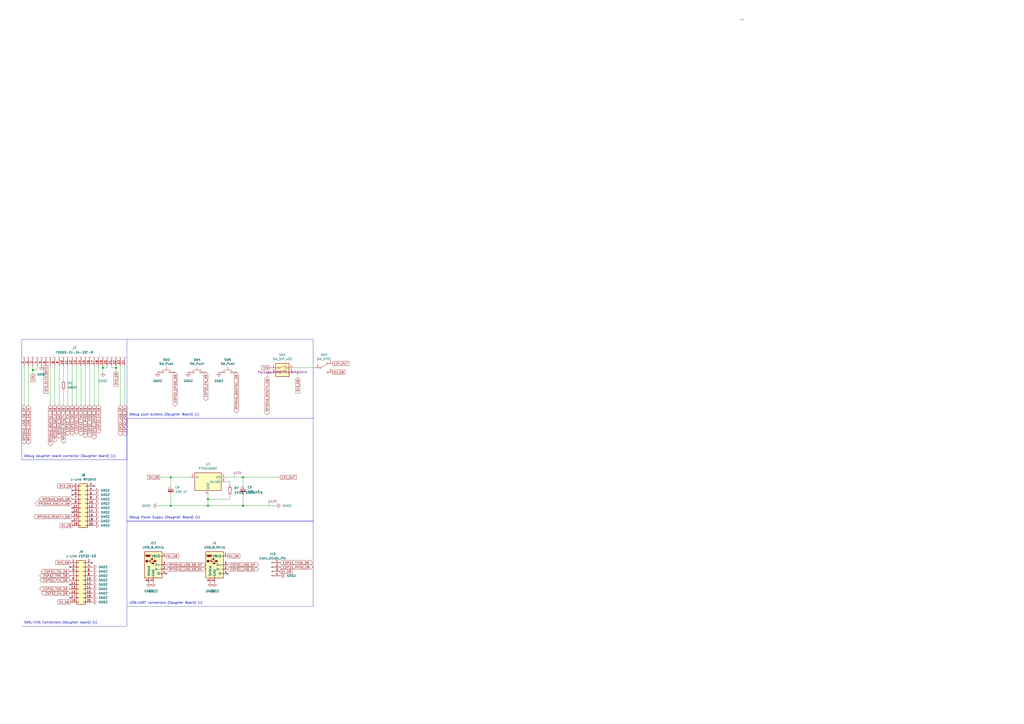
<source format=kicad_sch>
(kicad_sch (version 20230121) (generator eeschema)
  (paper "A2")
  (lib_symbols
    (symbol "Connector:Conn_01x04_Pin" (pin_names (offset 1.016) hide)
      (property "Reference" "J" (at 0 5.08 0))
      (property "Value" "Conn_01x04_Pin" (at 0 -7.62 0))
      (symbol "Conn_01x04_Pin_1_1"
        (polyline (pts (xy 1.27 -5.08) (xy 0.8636 -5.08)) (stroke (width 0.1524)))
        (polyline (pts (xy 1.27 -2.54) (xy 0.8636 -2.54)) (stroke (width 0.1524)))
        (polyline (pts (xy 1.27 0) (xy 0.8636 0)) (stroke (width 0.1524)))
        (polyline (pts (xy 1.27 2.54) (xy 0.8636 2.54)) (stroke (width 0.1524)))
        (rectangle (start 0.8636 -4.953) (end 0 -5.207) (stroke (width 0.1524)) (fill (type outline)))
        (rectangle (start 0.8636 -2.413) (end 0 -2.667) (stroke (width 0.1524)) (fill (type outline)))
        (rectangle (start 0.8636 0.127) (end 0 -0.127) (stroke (width 0.1524)) (fill (type outline)))
        (rectangle (start 0.8636 2.667) (end 0 2.413) (stroke (width 0.1524)) (fill (type outline)))
        (pin passive line (at 5.08 2.54 180) (length 3.81) (name "Pin_1") (number "1"))
        (pin passive line (at 5.08 0 180) (length 3.81) (name "Pin_2") (number "2"))
        (pin passive line (at 5.08 -2.54 180) (length 3.81) (name "Pin_3") (number "3"))
        (pin passive line (at 5.08 -5.08 180) (length 3.81) (name "Pin_4") (number "4"))
      )
    )
    (symbol "Connector:Conn_01x24_Socket" (pin_names (offset 1.016) hide)
      (property "Reference" "J" (at 0 30.48 0))
      (property "Value" "Conn_01x24_Socket" (at 0 -33.02 0))
      (symbol "Conn_01x24_Socket_1_1"
        (arc (start 0 -29.972) (mid -0.5058 -30.48) (end 0 -30.988) (stroke (width 0.1524)))
        (arc (start 0 -27.432) (mid -0.5058 -27.94) (end 0 -28.448) (stroke (width 0.1524)))
        (arc (start 0 -24.892) (mid -0.5058 -25.4) (end 0 -25.908) (stroke (width 0.1524)))
        (arc (start 0 -22.352) (mid -0.5058 -22.86) (end 0 -23.368) (stroke (width 0.1524)))
        (arc (start 0 -19.812) (mid -0.5058 -20.32) (end 0 -20.828) (stroke (width 0.1524)))
        (arc (start 0 -17.272) (mid -0.5058 -17.78) (end 0 -18.288) (stroke (width 0.1524)))
        (arc (start 0 -14.732) (mid -0.5058 -15.24) (end 0 -15.748) (stroke (width 0.1524)))
        (arc (start 0 -12.192) (mid -0.5058 -12.7) (end 0 -13.208) (stroke (width 0.1524)))
        (arc (start 0 -9.652) (mid -0.5058 -10.16) (end 0 -10.668) (stroke (width 0.1524)))
        (arc (start 0 -7.112) (mid -0.5058 -7.62) (end 0 -8.128) (stroke (width 0.1524)))
        (arc (start 0 -4.572) (mid -0.5058 -5.08) (end 0 -5.588) (stroke (width 0.1524)))
        (arc (start 0 -2.032) (mid -0.5058 -2.54) (end 0 -3.048) (stroke (width 0.1524)))
        (polyline (pts (xy -1.27 -30.48) (xy -0.508 -30.48)) (stroke (width 0.1524)))
        (polyline (pts (xy -1.27 -27.94) (xy -0.508 -27.94)) (stroke (width 0.1524)))
        (polyline (pts (xy -1.27 -25.4) (xy -0.508 -25.4)) (stroke (width 0.1524)))
        (polyline (pts (xy -1.27 -22.86) (xy -0.508 -22.86)) (stroke (width 0.1524)))
        (polyline (pts (xy -1.27 -20.32) (xy -0.508 -20.32)) (stroke (width 0.1524)))
        (polyline (pts (xy -1.27 -17.78) (xy -0.508 -17.78)) (stroke (width 0.1524)))
        (polyline (pts (xy -1.27 -15.24) (xy -0.508 -15.24)) (stroke (width 0.1524)))
        (polyline (pts (xy -1.27 -12.7) (xy -0.508 -12.7)) (stroke (width 0.1524)))
        (polyline (pts (xy -1.27 -10.16) (xy -0.508 -10.16)) (stroke (width 0.1524)))
        (polyline (pts (xy -1.27 -7.62) (xy -0.508 -7.62)) (stroke (width 0.1524)))
        (polyline (pts (xy -1.27 -5.08) (xy -0.508 -5.08)) (stroke (width 0.1524)))
        (polyline (pts (xy -1.27 -2.54) (xy -0.508 -2.54)) (stroke (width 0.1524)))
        (polyline (pts (xy -1.27 0) (xy -0.508 0)) (stroke (width 0.1524)))
        (polyline (pts (xy -1.27 2.54) (xy -0.508 2.54)) (stroke (width 0.1524)))
        (polyline (pts (xy -1.27 5.08) (xy -0.508 5.08)) (stroke (width 0.1524)))
        (polyline (pts (xy -1.27 7.62) (xy -0.508 7.62)) (stroke (width 0.1524)))
        (polyline (pts (xy -1.27 10.16) (xy -0.508 10.16)) (stroke (width 0.1524)))
        (polyline (pts (xy -1.27 12.7) (xy -0.508 12.7)) (stroke (width 0.1524)))
        (polyline (pts (xy -1.27 15.24) (xy -0.508 15.24)) (stroke (width 0.1524)))
        (polyline (pts (xy -1.27 17.78) (xy -0.508 17.78)) (stroke (width 0.1524)))
        (polyline (pts (xy -1.27 20.32) (xy -0.508 20.32)) (stroke (width 0.1524)))
        (polyline (pts (xy -1.27 22.86) (xy -0.508 22.86)) (stroke (width 0.1524)))
        (polyline (pts (xy -1.27 25.4) (xy -0.508 25.4)) (stroke (width 0.1524)))
        (polyline (pts (xy -1.27 27.94) (xy -0.508 27.94)) (stroke (width 0.1524)))
        (arc (start 0 0.508) (mid -0.5058 0) (end 0 -0.508) (stroke (width 0.1524)))
        (arc (start 0 3.048) (mid -0.5058 2.54) (end 0 2.032) (stroke (width 0.1524)))
        (arc (start 0 5.588) (mid -0.5058 5.08) (end 0 4.572) (stroke (width 0.1524)))
        (arc (start 0 8.128) (mid -0.5058 7.62) (end 0 7.112) (stroke (width 0.1524)))
        (arc (start 0 10.668) (mid -0.5058 10.16) (end 0 9.652) (stroke (width 0.1524)))
        (arc (start 0 13.208) (mid -0.5058 12.7) (end 0 12.192) (stroke (width 0.1524)))
        (arc (start 0 15.748) (mid -0.5058 15.24) (end 0 14.732) (stroke (width 0.1524)))
        (arc (start 0 18.288) (mid -0.5058 17.78) (end 0 17.272) (stroke (width 0.1524)))
        (arc (start 0 20.828) (mid -0.5058 20.32) (end 0 19.812) (stroke (width 0.1524)))
        (arc (start 0 23.368) (mid -0.5058 22.86) (end 0 22.352) (stroke (width 0.1524)))
        (arc (start 0 25.908) (mid -0.5058 25.4) (end 0 24.892) (stroke (width 0.1524)))
        (arc (start 0 28.448) (mid -0.5058 27.94) (end 0 27.432) (stroke (width 0.1524)))
        (pin passive line (at -5.08 27.94 0) (length 3.81) (name "Pin_1") (number "1"))
        (pin passive line (at -5.08 5.08 0) (length 3.81) (name "Pin_10") (number "10"))
        (pin passive line (at -5.08 2.54 0) (length 3.81) (name "Pin_11") (number "11"))
        (pin passive line (at -5.08 0 0) (length 3.81) (name "Pin_12") (number "12"))
        (pin passive line (at -5.08 -2.54 0) (length 3.81) (name "Pin_13") (number "13"))
        (pin passive line (at -5.08 -5.08 0) (length 3.81) (name "Pin_14") (number "14"))
        (pin passive line (at -5.08 -7.62 0) (length 3.81) (name "Pin_15") (number "15"))
        (pin passive line (at -5.08 -10.16 0) (length 3.81) (name "Pin_16") (number "16"))
        (pin passive line (at -5.08 -12.7 0) (length 3.81) (name "Pin_17") (number "17"))
        (pin passive line (at -5.08 -15.24 0) (length 3.81) (name "Pin_18") (number "18"))
        (pin passive line (at -5.08 -17.78 0) (length 3.81) (name "Pin_19") (number "19"))
        (pin passive line (at -5.08 25.4 0) (length 3.81) (name "Pin_2") (number "2"))
        (pin passive line (at -5.08 -20.32 0) (length 3.81) (name "Pin_20") (number "20"))
        (pin passive line (at -5.08 -22.86 0) (length 3.81) (name "Pin_21") (number "21"))
        (pin passive line (at -5.08 -25.4 0) (length 3.81) (name "Pin_22") (number "22"))
        (pin passive line (at -5.08 -27.94 0) (length 3.81) (name "Pin_23") (number "23"))
        (pin passive line (at -5.08 -30.48 0) (length 3.81) (name "Pin_24") (number "24"))
        (pin passive line (at -5.08 22.86 0) (length 3.81) (name "Pin_3") (number "3"))
        (pin passive line (at -5.08 20.32 0) (length 3.81) (name "Pin_4") (number "4"))
        (pin passive line (at -5.08 17.78 0) (length 3.81) (name "Pin_5") (number "5"))
        (pin passive line (at -5.08 15.24 0) (length 3.81) (name "Pin_6") (number "6"))
        (pin passive line (at -5.08 12.7 0) (length 3.81) (name "Pin_7") (number "7"))
        (pin passive line (at -5.08 10.16 0) (length 3.81) (name "Pin_8") (number "8"))
        (pin passive line (at -5.08 7.62 0) (length 3.81) (name "Pin_9") (number "9"))
      )
    )
    (symbol "Connector:USB_B_Micro" (pin_names (offset 1.016))
      (property "Reference" "J" (at -5.08 11.43 0))
      (property "Value" "USB_B_Micro" (at -5.08 8.89 0))
      (symbol "USB_B_Micro_0_1"
        (rectangle (start -5.08 -7.62) (end 5.08 7.62) (stroke (width 0.254)) (fill (type background)))
        (circle (center -3.81 2.159) (radius 0.635) (stroke (width 0.254)) (fill (type outline)))
        (circle (center -0.635 3.429) (radius 0.381) (stroke (width 0.254)) (fill (type outline)))
        (rectangle (start -0.127 -7.62) (end 0.127 -6.858))
        (polyline (pts (xy -1.905 2.159) (xy 0.635 2.159)) (stroke (width 0.254)))
        (polyline (pts (xy -3.175 2.159) (xy -2.54 2.159) (xy -1.27 3.429) (xy -0.635 3.429)) (stroke (width 0.254)))
        (polyline (pts (xy -2.54 2.159) (xy -1.905 2.159) (xy -1.27 0.889) (xy 0 0.889)) (stroke (width 0.254)))
        (polyline (pts (xy 0.635 2.794) (xy 0.635 1.524) (xy 1.905 2.159) (xy 0.635 2.794)) (stroke (width 0.254)) (fill (type outline)))
        (polyline (pts (xy -4.318 5.588) (xy -1.778 5.588) (xy -2.032 4.826) (xy -4.064 4.826) (xy -4.318 5.588)) (fill (type outline)))
        (polyline (pts (xy -4.699 5.842) (xy -4.699 5.588) (xy -4.445 4.826) (xy -4.445 4.572) (xy -1.651 4.572) (xy -1.651 4.826) (xy -1.397 5.588) (xy -1.397 5.842) (xy -4.699 5.842)))
        (rectangle (start 0.254 1.27) (end -0.508 0.508) (stroke (width 0.254)) (fill (type outline)))
        (rectangle (start 5.08 -5.207) (end 4.318 -4.953))
        (rectangle (start 5.08 -2.667) (end 4.318 -2.413))
        (rectangle (start 5.08 -0.127) (end 4.318 0.127))
        (rectangle (start 5.08 4.953) (end 4.318 5.207))
      )
      (symbol "USB_B_Micro_1_1"
        (pin power_out line (at 7.62 5.08 180) (length 2.54) (name "VBUS") (number "1"))
        (pin bidirectional line (at 7.62 -2.54 180) (length 2.54) (name "D-") (number "2"))
        (pin bidirectional line (at 7.62 0 180) (length 2.54) (name "D+") (number "3"))
        (pin passive line (at 7.62 -5.08 180) (length 2.54) (name "ID") (number "4"))
        (pin power_out line (at 0 -10.16 90) (length 2.54) (name "GND") (number "5"))
        (pin passive line (at -2.54 -10.16 90) (length 2.54) (name "Shield") (number "6"))
      )
    )
    (symbol "Connector_Generic:Conn_02x10_Odd_Even" (pin_names (offset 1.016) hide)
      (property "Reference" "J" (at 1.27 12.7 0))
      (property "Value" "Conn_02x10_Odd_Even" (at 1.27 -15.24 0))
      (symbol "Conn_02x10_Odd_Even_1_1"
        (rectangle (start -1.27 -12.573) (end 0 -12.827) (stroke (width 0.1524)))
        (rectangle (start -1.27 -10.033) (end 0 -10.287) (stroke (width 0.1524)))
        (rectangle (start -1.27 -7.493) (end 0 -7.747) (stroke (width 0.1524)))
        (rectangle (start -1.27 -4.953) (end 0 -5.207) (stroke (width 0.1524)))
        (rectangle (start -1.27 -2.413) (end 0 -2.667) (stroke (width 0.1524)))
        (rectangle (start -1.27 0.127) (end 0 -0.127) (stroke (width 0.1524)))
        (rectangle (start -1.27 2.667) (end 0 2.413) (stroke (width 0.1524)))
        (rectangle (start -1.27 5.207) (end 0 4.953) (stroke (width 0.1524)))
        (rectangle (start -1.27 7.747) (end 0 7.493) (stroke (width 0.1524)))
        (rectangle (start -1.27 10.287) (end 0 10.033) (stroke (width 0.1524)))
        (rectangle (start -1.27 11.43) (end 3.81 -13.97) (stroke (width 0.254)) (fill (type background)))
        (rectangle (start 3.81 -12.573) (end 2.54 -12.827) (stroke (width 0.1524)))
        (rectangle (start 3.81 -10.033) (end 2.54 -10.287) (stroke (width 0.1524)))
        (rectangle (start 3.81 -7.493) (end 2.54 -7.747) (stroke (width 0.1524)))
        (rectangle (start 3.81 -4.953) (end 2.54 -5.207) (stroke (width 0.1524)))
        (rectangle (start 3.81 -2.413) (end 2.54 -2.667) (stroke (width 0.1524)))
        (rectangle (start 3.81 0.127) (end 2.54 -0.127) (stroke (width 0.1524)))
        (rectangle (start 3.81 2.667) (end 2.54 2.413) (stroke (width 0.1524)))
        (rectangle (start 3.81 5.207) (end 2.54 4.953) (stroke (width 0.1524)))
        (rectangle (start 3.81 7.747) (end 2.54 7.493) (stroke (width 0.1524)))
        (rectangle (start 3.81 10.287) (end 2.54 10.033) (stroke (width 0.1524)))
        (pin passive line (at -5.08 10.16 0) (length 3.81) (name "Pin_1") (number "1"))
        (pin passive line (at 7.62 0 180) (length 3.81) (name "Pin_10") (number "10"))
        (pin passive line (at -5.08 -2.54 0) (length 3.81) (name "Pin_11") (number "11"))
        (pin passive line (at 7.62 -2.54 180) (length 3.81) (name "Pin_12") (number "12"))
        (pin passive line (at -5.08 -5.08 0) (length 3.81) (name "Pin_13") (number "13"))
        (pin passive line (at 7.62 -5.08 180) (length 3.81) (name "Pin_14") (number "14"))
        (pin passive line (at -5.08 -7.62 0) (length 3.81) (name "Pin_15") (number "15"))
        (pin passive line (at 7.62 -7.62 180) (length 3.81) (name "Pin_16") (number "16"))
        (pin passive line (at -5.08 -10.16 0) (length 3.81) (name "Pin_17") (number "17"))
        (pin passive line (at 7.62 -10.16 180) (length 3.81) (name "Pin_18") (number "18"))
        (pin passive line (at -5.08 -12.7 0) (length 3.81) (name "Pin_19") (number "19"))
        (pin passive line (at 7.62 10.16 180) (length 3.81) (name "Pin_2") (number "2"))
        (pin passive line (at 7.62 -12.7 180) (length 3.81) (name "Pin_20") (number "20"))
        (pin passive line (at -5.08 7.62 0) (length 3.81) (name "Pin_3") (number "3"))
        (pin passive line (at 7.62 7.62 180) (length 3.81) (name "Pin_4") (number "4"))
        (pin passive line (at -5.08 5.08 0) (length 3.81) (name "Pin_5") (number "5"))
        (pin passive line (at 7.62 5.08 180) (length 3.81) (name "Pin_6") (number "6"))
        (pin passive line (at -5.08 2.54 0) (length 3.81) (name "Pin_7") (number "7"))
        (pin passive line (at 7.62 2.54 180) (length 3.81) (name "Pin_8") (number "8"))
        (pin passive line (at -5.08 0 0) (length 3.81) (name "Pin_9") (number "9"))
      )
    )
    (symbol "Converter_DCDC:PTN78000H_EUS-5"
      (property "Reference" "U1" (at 0 10.16 0))
      (property "Value" "PTN04050C" (at 0 7.62 0))
      (symbol "PTN78000H_EUS-5_0_1"
        (rectangle (start -7.62 5.08) (end 7.62 -5.08) (stroke (width 0.254)) (fill (type background)))
      )
      (symbol "PTN78000H_EUS-5_1_1"
        (pin power_in line (at 0 -7.62 90) (length 2.54) (name "GND") (number "1"))
        (pin power_in line (at -10.16 2.54 0) (length 2.54) (name "VI") (number "2"))
        (pin output line (at 10.16 0 180) (length 2.54) (name "Vo_Adj") (number "3"))
        (pin power_out line (at 10.16 2.54 180) (length 2.54) (name "VO") (number "4"))
      )
    )
    (symbol "Device:C_Polarized_Small" (pin_numbers hide) (pin_names (offset 0.254) hide)
      (property "Reference" "C" (at 0.254 1.778 0))
      (property "Value" "C_Polarized_Small" (at 0.254 -2.032 0))
      (symbol "C_Polarized_Small_0_1"
        (rectangle (start -1.524 -0.3048) (end 1.524 -0.6858) (fill (type outline)))
        (rectangle (start -1.524 0.6858) (end 1.524 0.3048))
        (polyline (pts (xy -1.27 1.524) (xy -0.762 1.524)))
        (polyline (pts (xy -1.016 1.27) (xy -1.016 1.778)))
      )
      (symbol "C_Polarized_Small_1_1"
        (pin passive line (at 0 2.54 270) (length 1.8542) (name "~") (number "1"))
        (pin passive line (at 0 -2.54 90) (length 1.8542) (name "~") (number "2"))
      )
    )
    (symbol "Device:R_Small" (pin_numbers hide) (pin_names (offset 0.254) hide)
      (property "Reference" "R" (at 0.762 0.508 0))
      (property "Value" "R_Small" (at 0.762 -1.016 0))
      (symbol "R_Small_0_1"
        (rectangle (start -0.762 1.778) (end 0.762 -1.778) (stroke (width 0.2032)))
      )
      (symbol "R_Small_1_1"
        (pin passive line (at 0 2.54 270) (length 0.762) (name "~") (number "1"))
        (pin passive line (at 0 -2.54 90) (length 0.762) (name "~") (number "2"))
      )
    )
    (symbol "Switch:SW_DIP_x02" (pin_names (offset 0) hide)
      (property "Reference" "SW" (at 0 6.35 0))
      (property "Value" "SW_DIP_x02" (at 0 -3.81 0))
      (symbol "SW_DIP_x02_0_0"
        (circle (center -2.032 0) (radius 0.508))
        (circle (center -2.032 2.54) (radius 0.508))
        (polyline (pts (xy -1.524 0.127) (xy 2.3622 1.1684)))
        (polyline (pts (xy -1.524 2.667) (xy 2.3622 3.7084)))
        (circle (center 2.032 0) (radius 0.508))
        (circle (center 2.032 2.54) (radius 0.508))
      )
      (symbol "SW_DIP_x02_0_1"
        (rectangle (start -3.81 5.08) (end 3.81 -2.54) (stroke (width 0.254)) (fill (type background)))
      )
      (symbol "SW_DIP_x02_1_1"
        (pin passive line (at -7.62 2.54 0) (length 5.08) (name "~") (number "1"))
        (pin passive line (at -7.62 0 0) (length 5.08) (name "~") (number "2"))
        (pin passive line (at 7.62 0 180) (length 5.08) (name "~") (number "3"))
        (pin passive line (at 7.62 2.54 180) (length 5.08) (name "~") (number "4"))
      )
    )
    (symbol "Switch:SW_Push" (pin_numbers hide) (pin_names (offset 1.016) hide)
      (property "Reference" "SW" (at 1.27 2.54 0))
      (property "Value" "SW_Push" (at 0 -1.524 0))
      (symbol "SW_Push_0_1"
        (circle (center -2.032 0) (radius 0.508))
        (polyline (pts (xy 0 1.27) (xy 0 3.048)))
        (polyline (pts (xy 2.54 1.27) (xy -2.54 1.27)))
        (circle (center 2.032 0) (radius 0.508))
        (pin passive line (at -5.08 0 0) (length 2.54) (name "1") (number "1"))
        (pin passive line (at 5.08 0 180) (length 2.54) (name "2") (number "2"))
      )
    )
    (symbol "Switch:SW_SPDT" (pin_names (offset 0) hide)
      (property "Reference" "SW" (at 0 4.318 0))
      (property "Value" "SW_SPDT" (at 0 -5.08 0))
      (symbol "SW_SPDT_0_0"
        (circle (center -2.032 0) (radius 0.508))
        (circle (center 2.032 -2.54) (radius 0.508))
      )
      (symbol "SW_SPDT_0_1"
        (polyline (pts (xy -1.524 0.254) (xy 1.651 2.286)))
        (circle (center 2.032 2.54) (radius 0.508))
      )
      (symbol "SW_SPDT_1_1"
        (pin passive line (at 5.08 2.54 180) (length 2.54) (name "A") (number "1"))
        (pin passive line (at -5.08 0 0) (length 2.54) (name "B") (number "2"))
        (pin passive line (at 5.08 -2.54 180) (length 2.54) (name "C") (number "3"))
      )
    )
    (symbol "power:GND2" (power) (pin_names (offset 0))
      (property "Value" "GND2" (at 0 -3.81 0))
      (symbol "GND2_0_1"
        (polyline (pts (xy 0 0) (xy 0 -1.27) (xy 1.27 -1.27) (xy 0 -2.54) (xy -1.27 -1.27) (xy 0 -1.27)))
      )
      (symbol "GND2_1_1"
        (pin power_in line (at 0 0 270) (length 0) hide (name "GND2") (number "1"))
      )
    )
  )
  (junction (at 120.65 289.56))
  (junction (at 120.65 293.37))
  (junction (at 99.06 293.37))
  (junction (at 140.97 293.37))
  (junction (at 19.05 214.63))
  (junction (at 67.31 213.36))
  (junction (at 59.69 213.36))
  (junction (at 99.06 276.86))
  (junction (at 140.97 276.86))
  (no_connect (at 41.91 294.64))
  (no_connect (at 41.91 284.48))
  (no_connect (at 54.61 281.94))
  (no_connect (at 41.91 297.18))
  (no_connect (at 96.52 332.74))
  (no_connect (at 40.64 339.09))
  (no_connect (at 40.64 346.71))
  (no_connect (at 41.91 302.26))
  (no_connect (at 132.08 332.74))
  (no_connect (at 40.64 328.93))
  (no_connect (at 41.91 287.02))
  (no_connect (at 53.34 326.39))
  (wire (pts (xy 154.94 215.9) (xy 156.21 215.9)))
  (wire (pts (xy 36.83 226.06) (xy 36.83 234.95)))
  (wire (pts (xy 99.06 287.02) (xy 99.06 293.37)))
  (wire (pts (xy 160.02 293.37) (xy 140.97 293.37)))
  (wire (pts (xy 41.91 212.09) (xy 41.91 234.95)))
  (wire (pts (xy 130.81 279.4) (xy 133.35 279.4)))
  (wire (pts (xy 67.31 213.36) (xy 67.31 212.09)))
  (wire (pts (xy 44.45 234.95) (xy 44.45 212.09)))
  (wire (pts (xy 49.53 212.09) (xy 49.53 234.95)))
  (polyline (pts (xy 73.66 302.26) (xy 181.61 302.26)))
  (polyline (pts (xy 181.61 351.79) (xy 73.66 351.79)))
  (wire (pts (xy 39.37 212.09) (xy 39.37 234.95)))
  (wire (pts (xy 59.69 215.9) (xy 59.69 213.36)))
  (wire (pts (xy 36.83 212.09) (xy 36.83 220.98)))
  (wire (pts (xy 54.61 212.09) (xy 54.61 234.95)))
  (wire (pts (xy 172.72 215.9) (xy 172.72 219.71)))
  (wire (pts (xy 34.29 234.95) (xy 34.29 212.09)))
  (wire (pts (xy 16.51 212.09) (xy 16.51 234.95)))
  (wire (pts (xy 120.65 293.37) (xy 140.97 293.37)))
  (wire (pts (xy 62.23 212.09) (xy 62.23 213.36)))
  (wire (pts (xy 46.99 234.95) (xy 46.99 212.09)))
  (polyline (pts (xy 181.61 302.26) (xy 181.61 351.79)))
  (polyline (pts (xy 181.61 242.57) (xy 181.61 242.57)))
  (wire (pts (xy 13.97 212.09) (xy 13.97 234.95)))
  (wire (pts (xy 171.45 215.9) (xy 172.72 215.9)))
  (wire (pts (xy 99.06 276.86) (xy 99.06 281.94)))
  (polyline (pts (xy 73.66 242.57) (xy 73.66 363.22)))
  (wire (pts (xy 21.59 212.09) (xy 21.59 214.63)))
  (wire (pts (xy 72.39 234.95) (xy 72.39 212.09)))
  (wire (pts (xy 19.05 217.17) (xy 19.05 214.63)))
  (wire (pts (xy 91.44 293.37) (xy 99.06 293.37)))
  (polyline (pts (xy 12.7 363.22) (xy 73.66 363.22)))
  (wire (pts (xy 59.69 213.36) (xy 59.69 212.09)))
  (wire (pts (xy 29.21 212.09) (xy 29.21 234.95)))
  (wire (pts (xy 99.06 276.86) (xy 110.49 276.86)))
  (wire (pts (xy 133.35 287.02) (xy 133.35 289.56)))
  (wire (pts (xy 64.77 212.09) (xy 64.77 213.36)))
  (wire (pts (xy 140.97 293.37) (xy 140.97 287.02)))
  (wire (pts (xy 64.77 213.36) (xy 67.31 213.36)))
  (wire (pts (xy 133.35 279.4) (xy 133.35 281.94)))
  (wire (pts (xy 154.94 218.44) (xy 154.94 215.9)))
  (wire (pts (xy 67.31 215.9) (xy 67.31 213.36)))
  (wire (pts (xy 182.88 213.36) (xy 171.45 213.36)))
  (wire (pts (xy 62.23 213.36) (xy 59.69 213.36)))
  (wire (pts (xy 140.97 276.86) (xy 140.97 281.94)))
  (wire (pts (xy 130.81 276.86) (xy 140.97 276.86)))
  (wire (pts (xy 99.06 293.37) (xy 120.65 293.37)))
  (wire (pts (xy 21.59 214.63) (xy 19.05 214.63)))
  (wire (pts (xy 57.15 212.09) (xy 57.15 234.95)))
  (polyline (pts (xy 181.61 242.57) (xy 181.61 302.26)))
  (wire (pts (xy 120.65 289.56) (xy 133.35 289.56)))
  (polyline (pts (xy 73.66 196.85) (xy 181.61 196.85)))
  (wire (pts (xy 92.71 276.86) (xy 99.06 276.86)))
  (polyline (pts (xy 181.61 196.85) (xy 181.61 242.57)))
  (wire (pts (xy 140.97 276.86) (xy 162.56 276.86)))
  (wire (pts (xy 31.75 234.95) (xy 31.75 212.09)))
  (wire (pts (xy 52.07 212.09) (xy 52.07 234.95)))
  (polyline (pts (xy 429.26 11.43) (xy 431.8 11.43)))
  (wire (pts (xy 19.05 214.63) (xy 19.05 212.09)))
  (wire (pts (xy 69.85 234.95) (xy 69.85 212.09)))
  (polyline (pts (xy 73.66 242.57) (xy 181.61 242.57)))
  (wire (pts (xy 120.65 293.37) (xy 120.65 289.56)))
  (polyline (pts (xy 181.61 302.26) (xy 73.66 302.26)))
  (wire (pts (xy 120.65 289.56) (xy 120.65 287.02)))
  (rectangle (start 12.7 196.85) (end 73.66 266.7))
  (text "Debug daughter board connector (Daughter board) (v)" (at 13.97 265.43 0) (effects (font (size 1.27 1.27)) (justify left bottom)))
  (text "SWD/JTAG Connectors (Daughter board) (v)" (at 13.97 361.95 0) (effects (font (size 1.27 1.27)) (justify left bottom)))
  (text "USB/UART connectors (Daughter Board) (v)" (at 74.93 350.52 0) (effects (font (size 1.27 1.27)) (justify left bottom)))
  (text "Debug push buttons (Daughter Board) (v)" (at 74.93 241.3 0) (effects (font (size 1.27 1.27)) (justify left bottom)))
  (text "Debug Power Supply (Daughter Board) (v)" (at 74.93 300.99 0) (effects (font (size 1.27 1.27)) (justify left bottom)))
  (global_label "ESP32_TCK_DB" (shape bidirectional) (at 39.37 234.95 270) (property "Intersheetrefs" "${INTERSHEET_REFS}" (effects hide)))
  (global_label "RP2040_USB_DB_DP" (shape bidirectional) (at 96.52 327.66 0) (property "Intersheetrefs" "${INTERSHEET_REFS}" (effects hide)))
  (global_label "5V_DB" (shape passive) (at 40.64 349.25 180) (property "Intersheetrefs" "${INTERSHEET_REFS}" (effects hide)))
  (global_label "ESP32_GPIO0_DB" (shape bidirectional) (at 54.61 234.95 270) (property "Intersheetrefs" "${INTERSHEET_REFS}" (effects hide)))
  (global_label "ESP32_TMS_DB" (shape bidirectional) (at 40.64 334.01 180) (property "Intersheetrefs" "${INTERSHEET_REFS}" (effects hide)))
  (global_label "5V_DB" (shape passive) (at 96.52 322.58 0) (property "Intersheetrefs" "${INTERSHEET_REFS}" (effects hide)))
  (global_label "5V_DB" (shape passive) (at 132.08 322.58 0) (property "Intersheetrefs" "${INTERSHEET_REFS}" (effects hide)))
  (global_label "ESP32_USB_DN" (shape bidirectional) (at 72.39 234.95 270) (property "Intersheetrefs" "${INTERSHEET_REFS}" (effects hide)))
  (global_label "ESP32_TCK_DB" (shape bidirectional) (at 40.64 336.55 180) (property "Intersheetrefs" "${INTERSHEET_REFS}" (effects hide)))
  (global_label "ESP32_EN_DB" (shape bidirectional) (at 57.15 234.95 270) (property "Intersheetrefs" "${INTERSHEET_REFS}" (effects hide)))
  (global_label "ESP32_TXD0_DB" (shape bidirectional) (at 52.07 234.95 270) (property "Intersheetrefs" "${INTERSHEET_REFS}" (effects hide)))
  (global_label "RP2040_USB_DB_DN" (shape bidirectional) (at 16.51 234.95 270) (property "Intersheetrefs" "${INTERSHEET_REFS}" (effects hide)))
  (global_label "RP2040_SWCLK_DB" (shape bidirectional) (at 41.91 292.1 180) (property "Intersheetrefs" "${INTERSHEET_REFS}" (effects hide)))
  (global_label "ESP32_TXD0_DB" (shape bidirectional) (at 162.56 326.39 0) (property "Intersheetrefs" "${INTERSHEET_REFS}" (effects hide)))
  (global_label "ESP32_EN_DB" (shape bidirectional) (at 40.64 344.17 180) (property "Intersheetrefs" "${INTERSHEET_REFS}" (effects hide)))
  (global_label "RP2040_RESETn_DB" (shape bidirectional) (at 154.94 218.44 270) (property "Intersheetrefs" "${INTERSHEET_REFS}" (effects hide)))
  (global_label "ESP32_TDI_DB" (shape bidirectional) (at 40.64 331.47 180) (property "Intersheetrefs" "${INTERSHEET_REFS}" (effects hide)))
  (global_label "RP2040_USB_DB_DN" (shape bidirectional) (at 96.52 330.2 0) (property "Intersheetrefs" "${INTERSHEET_REFS}" (effects hide)))
  (global_label "RP2040_SWD_DB" (shape bidirectional) (at 34.29 234.95 270) (property "Intersheetrefs" "${INTERSHEET_REFS}" (effects hide)))
  (global_label "ESP32_GPIO0_DB" (shape bidirectional) (at 101.6 215.9 270) (property "Intersheetrefs" "${INTERSHEET_REFS}" (effects hide)))
  (global_label "RP2040_BOOTSEL_DB" (shape bidirectional) (at 137.16 215.9 270) (property "Intersheetrefs" "${INTERSHEET_REFS}" (effects hide)))
  (global_label "RP2040_SWCLK_DB" (shape bidirectional) (at 31.75 234.95 270) (property "Intersheetrefs" "${INTERSHEET_REFS}" (effects hide)))
  (global_label "ESP32_RXD0_DB" (shape bidirectional) (at 162.56 328.93 0) (property "Intersheetrefs" "${INTERSHEET_REFS}" (effects hide)))
  (global_label "RP2040_USB_DB_DP" (shape bidirectional) (at 13.97 234.95 270) (property "Intersheetrefs" "${INTERSHEET_REFS}" (effects hide)))
  (global_label "3V3_DB" (shape passive) (at 172.72 219.71 270) (property "Intersheetrefs" "${INTERSHEET_REFS}" (effects hide)))
  (global_label "5V_DB" (shape passive) (at 162.56 331.47 0) (property "Intersheetrefs" "${INTERSHEET_REFS}" (effects hide)))
  (global_label "ESP32_RXD0_DB" (shape bidirectional) (at 49.53 234.95 270) (property "Intersheetrefs" "${INTERSHEET_REFS}" (effects hide)))
  (global_label "ESP32_USB_DP" (shape bidirectional) (at 132.08 327.66 0) (property "Intersheetrefs" "${INTERSHEET_REFS}" (effects hide)))
  (global_label "ESP32_TDI_DB" (shape bidirectional) (at 44.45 234.95 270) (property "Intersheetrefs" "${INTERSHEET_REFS}" (effects hide)))
  (global_label "3V3_DB" (shape passive) (at 40.64 326.39 180) (property "Intersheetrefs" "${INTERSHEET_REFS}" (effects hide)))
  (global_label "ESP32_TDO_DB" (shape bidirectional) (at 41.91 234.95 270) (property "Intersheetrefs" "${INTERSHEET_REFS}" (effects hide)))
  (global_label "12V_OUT" (shape passive) (at 162.56 276.86 0) (property "Intersheetrefs" "${INTERSHEET_REFS}" (effects hide)))
  (global_label "VIN" (shape passive) (at 19.05 217.17 270) (property "Intersheetrefs" "${INTERSHEET_REFS}" (effects hide)))
  (global_label "RP2040_SWD_DB" (shape bidirectional) (at 41.91 289.56 180) (property "Intersheetrefs" "${INTERSHEET_REFS}" (effects hide)))
  (global_label "3V3_DB" (shape passive) (at 67.31 215.9 270) (property "Intersheetrefs" "${INTERSHEET_REFS}" (effects hide)))
  (global_label "3V3_DB" (shape passive) (at 41.91 281.94 180) (property "Intersheetrefs" "${INTERSHEET_REFS}" (effects hide)))
  (global_label "ESP32_TDO_DB" (shape bidirectional) (at 40.64 341.63 180) (property "Intersheetrefs" "${INTERSHEET_REFS}" (effects hide)))
  (global_label "RP2040_RESETn_DB" (shape bidirectional) (at 41.91 299.72 180) (property "Intersheetrefs" "${INTERSHEET_REFS}" (effects hide)))
  (global_label "RP2040_BOOTSEL_DB" (shape bidirectional) (at 29.21 234.95 270) (property "Intersheetrefs" "${INTERSHEET_REFS}" (effects hide)))
  (global_label "ESP32_USB_DP" (shape bidirectional) (at 69.85 234.95 270) (property "Intersheetrefs" "${INTERSHEET_REFS}" (effects hide)))
  (global_label "ESP32_EN_DB" (shape bidirectional) (at 119.38 215.9 270) (property "Intersheetrefs" "${INTERSHEET_REFS}" (effects hide)))
  (global_label "5V_DB" (shape passive) (at 92.71 276.86 180) (property "Intersheetrefs" "${INTERSHEET_REFS}" (effects hide)))
  (global_label "12V_OUT" (shape passive) (at 193.04 210.82 0) (property "Intersheetrefs" "${INTERSHEET_REFS}" (effects hide)))
  (global_label "VIN" (shape passive) (at 156.21 213.36 180) (property "Intersheetrefs" "${INTERSHEET_REFS}" (effects hide)))
  (global_label "ESP32_TMS_DB" (shape bidirectional) (at 46.99 234.95 270) (property "Intersheetrefs" "${INTERSHEET_REFS}" (effects hide)))
  (global_label "3V3_OLED_SAFE" (shape passive) (at 26.67 212.09 270) (property "Intersheetrefs" "${INTERSHEET_REFS}" (effects hide)))
  (global_label "5V_DB" (shape passive) (at 41.91 304.8 180) (property "Intersheetrefs" "${INTERSHEET_REFS}" (effects hide)))
  (global_label "RP2040_RESETn_DB" (shape bidirectional) (at 36.83 234.95 270) (property "Intersheetrefs" "${INTERSHEET_REFS}" (effects hide)))
  (global_label "5V_DB" (shape passive) (at 193.04 215.9 0) (property "Intersheetrefs" "${INTERSHEET_REFS}" (effects hide)))
  (global_label "ESP32_USB_DN" (shape bidirectional) (at 132.08 330.2 0) (property "Intersheetrefs" "${INTERSHEET_REFS}" (effects hide)))
  (netclass_flag "" (length 2.54) (shape round) (at 135.89 276.86 0) (property "Netclass" "12V" (at 136.4996 274.32 0) (effects (font italic) (justify left))))
  (netclass_flag "" (length 2.54) (shape round) (at 156.21 293.37 0) (property "Netclass" "12V" (at 156.8196 290.83 0) (effects (font italic) (justify left))))
  (symbol (lib_id "Switch:SW_Push") (at 114.3 215.9 0) (unit 1) (in_bom no)
    (property "Reference" "SW4" (at 114.3 208.661 0))
    (property "Value" "SW_Push" (at 114.3 210.9724 0))
    (property "Footprint" "SW_Push_ADTSMW65:ADTSMW65" (effects hide))
  )
  (symbol (lib_id "Switch:SW_SPDT") (at 187.96 213.36 0) (unit 1) (in_bom no)
    (property "Reference" "SW2" (at 187.96 205.74 0))
    (property "Value" "SW_SPDT" (at 187.96 208.28 0))
    (property "Footprint" "Connector_PinHeader_2.54mm:PinHeader_1x03_P2.54mm_Vertical" (effects hide))
    (property "Part" "https://www.electrokit.com/produkt/skjutomkopplare-1-pol-on-on-pcb-2/" (effects hide))
  )
  (symbol (lib_id "power:GND2") (at 54.61 287.02 90) (unit 1)
    (property "Reference" "#PWR035" (effects hide))
    (property "Value" "GND2" (at 58.42 287.02 90) (effects (justify right)))
  )
  (symbol (lib_id "power:GND2") (at 53.34 331.47 90) (unit 1)
    (property "Reference" "#PWR083" (effects hide))
    (property "Value" "GND2" (at 57.15 331.47 90) (effects (justify right)))
  )
  (symbol (lib_id "power:GND2") (at 53.34 336.55 90) (unit 1)
    (property "Reference" "#PWR090" (effects hide))
    (property "Value" "GND2" (at 57.15 336.55 90) (effects (justify right)))
  )
  (symbol (lib_id "power:GND2") (at 59.69 215.9 0) (unit 1)
    (property "Reference" "#PWR05" (effects hide))
    (property "Value" "GND2" (at 59.69 220.98 0))
  )
  (symbol (lib_id "power:GND2") (at 86.36 337.82 0) (unit 1)
    (property "Reference" "#PWR0103" (effects hide))
    (property "Value" "GND2" (at 86.36 342.9 0))
  )
  (symbol (lib_id "Device:R_Small") (at 36.83 223.52 0) (unit 1) (in_bom no)
    (property "Reference" "R2" (at 39.37 222.25 0) (effects (justify left)))
    (property "Value" "680R" (at 39.37 224.79 0) (effects (justify left)))
    (property "Footprint" "Resistor_THT:R_Axial_DIN0204_L3.6mm_D1.6mm_P7.62mm_Horizontal" (effects hide))
  )
  (symbol (lib_id "Connector:Conn_01x24_Socket") (at 41.91 207.01 90) (unit 1)
    (property "Reference" "J7" (at 43.18 201.93 90))
    (property "Value" "F0503-ZV-24-20T-R" (at 43.18 204.47 90))
    (property "Footprint" "2N7002:FPC_24" (effects hide))
    (property "JLCPCB Basic" "N" (effects hide))
  )
  (symbol (lib_id "Switch:SW_Push") (at 96.52 215.9 0) (unit 1) (in_bom no)
    (property "Reference" "SW3" (at 96.52 208.661 0))
    (property "Value" "SW_Push" (at 96.52 210.9724 0))
    (property "Footprint" "SW_Push_ADTSMW65:ADTSMW65" (effects hide))
  )
  (symbol (lib_id "power:GND2") (at 53.34 344.17 90) (unit 1)
    (property "Reference" "#PWR093" (effects hide))
    (property "Value" "GND2" (at 57.15 344.17 90) (effects (justify right)))
  )
  (symbol (lib_id "power:GND2") (at 109.22 215.9 0) (unit 1)
    (property "Reference" "#PWR0100" (effects hide))
    (property "Value" "GND2" (at 109.22 220.98 0))
  )
  (symbol (lib_id "power:GND2") (at 54.61 292.1 90) (unit 1)
    (property "Reference" "#PWR038" (effects hide))
    (property "Value" "GND2" (at 58.42 292.1 90) (effects (justify right)))
  )
  (symbol (lib_id "power:GND2") (at 127 215.9 0) (unit 1)
    (property "Reference" "#PWR0101" (effects hide))
    (property "Value" "GND2" (at 127 220.98 0))
  )
  (symbol (lib_id "Connector_Generic:Conn_02x10_Odd_Even") (at 46.99 292.1 0) (unit 1) (in_bom no)
    (property "Reference" "J8" (at 48.26 275.59 0))
    (property "Value" "J-Link RP2040" (at 48.26 278.13 0))
    (property "Footprint" "Connector_IDC:IDC-Header_2x10_P2.54mm_Vertical" (effects hide))
  )
  (symbol (lib_id "Connector:USB_B_Micro") (at 124.46 327.66 0) (unit 1)
    (property "Reference" "J1" (at 124.46 314.96 0))
    (property "Value" "USB_B_Micro" (at 124.46 317.5 0))
    (property "Footprint" "Connector_USB:USB_Micro-B_Molex-105133-0001" (effects hide))
    (property "LCSC" "C586226" (effects hide))
  )
  (symbol (lib_id "power:GND2") (at 54.61 294.64 90) (unit 1)
    (property "Reference" "#PWR039" (effects hide))
    (property "Value" "GND2" (at 58.42 294.64 90) (effects (justify right)))
  )
  (symbol (lib_id "power:GND2") (at 53.34 339.09 90) (unit 1)
    (property "Reference" "#PWR091" (effects hide))
    (property "Value" "GND2" (at 57.15 339.09 90) (effects (justify right)))
  )
  (symbol (lib_id "power:GND2") (at 91.44 215.9 0) (unit 1)
    (property "Reference" "#PWR099" (effects hide))
    (property "Value" "GND2" (at 91.44 220.98 0))
  )
  (symbol (lib_id "Switch:SW_Push") (at 132.08 215.9 0) (unit 1) (in_bom no)
    (property "Reference" "SW5" (at 132.08 208.661 0))
    (property "Value" "SW_Push" (at 132.08 210.9724 0))
    (property "Footprint" "SW_Push_ADTSMW65:ADTSMW65" (effects hide))
  )
  (symbol (lib_id "Switch:SW_DIP_x02") (at 163.83 215.9 0) (unit 1) (in_bom no)
    (property "Reference" "SW1" (at 163.83 205.74 0))
    (property "Value" "SW_DIP_x02" (at 163.83 208.28 0))
    (property "Footprint" "Package_DIP:DIP-4_W7.62mm" (at 163.83 215.9 0))
    (property "Part" "https://www.electrokit.com/produkt/dip-switch-2-pol/" (effects hide))
  )
  (symbol (lib_id "power:GND2") (at 53.34 346.71 90) (unit 1)
    (property "Reference" "#PWR094" (effects hide))
    (property "Value" "GND2" (at 57.15 346.71 90) (effects (justify right)))
  )
  (symbol (lib_id "power:GND2") (at 124.46 337.82 0) (unit 1)
    (property "Reference" "#PWR02" (effects hide))
    (property "Value" "GND2" (at 124.46 342.9 0))
  )
  (symbol (lib_id "power:GND2") (at 53.34 341.63 90) (unit 1)
    (property "Reference" "#PWR092" (effects hide))
    (property "Value" "GND2" (at 57.15 341.63 90) (effects (justify right)))
  )
  (symbol (lib_id "power:GND2") (at 54.61 289.56 90) (unit 1)
    (property "Reference" "#PWR036" (effects hide))
    (property "Value" "GND2" (at 58.42 289.56 90) (effects (justify right)))
  )
  (symbol (lib_id "power:GND2") (at 91.44 293.37 270) (unit 1)
    (property "Reference" "#PWR096" (effects hide))
    (property "Value" "GND2" (at 87.63 293.37 90) (effects (justify right)))
  )
  (symbol (lib_id "Converter_DCDC:PTN78000H_EUS-5") (at 120.65 279.4 0) (unit 1) (in_bom no)
    (property "Reference" "U1" (at 120.65 269.24 0))
    (property "Value" "PTN04050C" (at 120.65 271.78 0))
    (property "Footprint" "PTN04050CAD:CONV_PTN04050CAD" (effects hide))
    (property "Datasheet" "https://www.ti.com/lit/ds/symlink/ptn78000w.pdf" (effects hide))
  )
  (symbol (lib_id "power:GND2") (at 54.61 284.48 90) (unit 1)
    (property "Reference" "#PWR010" (effects hide))
    (property "Value" "GND2" (at 58.42 284.48 90) (effects (justify right)))
  )
  (symbol (lib_id "Device:C_Polarized_Small") (at 99.06 284.48 0) (unit 1) (in_bom no)
    (property "Reference" "C6" (at 101.6 282.6639 0) (effects (justify left)))
    (property "Value" "100 uF" (at 101.6 285.2039 0) (effects (justify left)))
    (property "Footprint" "Capacitor_THT:CP_Radial_D7.5mm_P2.50mm" (effects hide))
  )
  (symbol (lib_id "Device:R_Small") (at 133.35 284.48 0) (unit 1) (in_bom no)
    (property "Reference" "R7" (at 135.89 283.21 0) (effects (justify left)))
    (property "Value" "1K33, 0.01W, 1%" (at 135.89 285.75 0) (effects (justify left)))
    (property "Footprint" "Resistor_THT:R_Axial_DIN0204_L3.6mm_D1.6mm_P7.62mm_Horizontal" (effects hide))
  )
  (symbol (lib_id "Connector_Generic:Conn_02x10_Odd_Even") (at 45.72 336.55 0) (unit 1) (in_bom no)
    (property "Reference" "J9" (at 46.99 320.04 0))
    (property "Value" "J-Link ESP32-S3" (at 46.99 322.58 0))
    (property "Footprint" "Connector_IDC:IDC-Header_2x10_P2.54mm_Vertical" (effects hide))
  )
  (symbol (lib_id "Connector:USB_B_Micro") (at 88.9 327.66 0) (unit 1)
    (property "Reference" "J11" (at 88.9 314.96 0))
    (property "Value" "USB_B_Micro" (at 88.9 317.5 0))
    (property "Footprint" "Connector_USB:USB_Micro-B_Molex-105133-0001" (effects hide))
    (property "LCSC" "C586226" (effects hide))
  )
  (symbol (lib_id "power:GND2") (at 54.61 304.8 90) (unit 1)
    (property "Reference" "#PWR049" (effects hide))
    (property "Value" "GND2" (at 58.42 304.8 90) (effects (justify right)))
  )
  (symbol (lib_id "power:GND2") (at 88.9 337.82 0) (unit 1)
    (property "Reference" "#PWR0102" (effects hide))
    (property "Value" "GND2" (at 88.9 342.9 0))
  )
  (symbol (lib_id "power:GND2") (at 53.34 349.25 90) (unit 1)
    (property "Reference" "#PWR095" (effects hide))
    (property "Value" "GND2" (at 57.15 349.25 90) (effects (justify right)))
  )
  (symbol (lib_id "power:GND2") (at 24.13 212.09 0) (unit 1)
    (property "Reference" "#PWR04" (effects hide))
    (property "Value" "GND2" (at 24.13 217.17 0))
  )
  (symbol (lib_id "power:GND2") (at 54.61 302.26 90) (unit 1)
    (property "Reference" "#PWR048" (effects hide))
    (property "Value" "GND2" (at 58.42 302.26 90) (effects (justify right)))
  )
  (symbol (lib_id "power:GND2") (at 53.34 334.01 90) (unit 1)
    (property "Reference" "#PWR089" (effects hide))
    (property "Value" "GND2" (at 57.15 334.01 90) (effects (justify right)))
  )
  (symbol (lib_id "power:GND2") (at 162.56 334.01 90) (unit 1)
    (property "Reference" "#PWR098" (effects hide))
    (property "Value" "GND2" (at 166.37 334.01 90) (effects (justify right)))
  )
  (symbol (lib_id "Connector:Conn_01x04_Pin") (at 157.48 328.93 0) (unit 1) (in_bom no)
    (property "Reference" "J10" (at 158.115 321.31 0))
    (property "Value" "Conn_01x04_Pin" (at 158.115 323.85 0))
    (property "Footprint" "Connector_PinHeader_2.54mm:PinHeader_1x04_P2.54mm_Vertical" (effects hide))
  )
  (symbol (lib_id "power:GND2") (at 121.92 337.82 0) (unit 1)
    (property "Reference" "#PWR01" (effects hide))
    (property "Value" "GND2" (at 121.92 342.9 0))
  )
  (symbol (lib_id "power:GND2") (at 54.61 299.72 90) (unit 1)
    (property "Reference" "#PWR047" (effects hide))
    (property "Value" "GND2" (at 58.42 299.72 90) (effects (justify right)))
  )
  (symbol (lib_id "power:GND2") (at 160.02 293.37 90) (unit 1)
    (property "Reference" "#PWR097" (effects hide))
    (property "Value" "GND2" (at 163.83 293.37 90) (effects (justify right)))
  )
  (symbol (lib_id "power:GND2") (at 53.34 328.93 90) (unit 1)
    (property "Reference" "#PWR050" (effects hide))
    (property "Value" "GND2" (at 57.15 328.93 90) (effects (justify right)))
  )
  (symbol (lib_id "Device:C_Polarized_Small") (at 140.97 284.48 0) (unit 1) (in_bom no)
    (property "Reference" "C5" (at 143.51 282.6639 0) (effects (justify left)))
    (property "Value" "100 uF" (at 143.51 285.2039 0) (effects (justify left)))
    (property "Footprint" "Capacitor_THT:CP_Radial_D7.5mm_P2.50mm" (effects hide))
  )
  (symbol (lib_id "power:GND2") (at 54.61 297.18 90) (unit 1)
    (property "Reference" "#PWR046" (effects hide))
    (property "Value" "GND2" (at 58.42 297.18 90) (effects (justify right)))
  )
)
</source>
